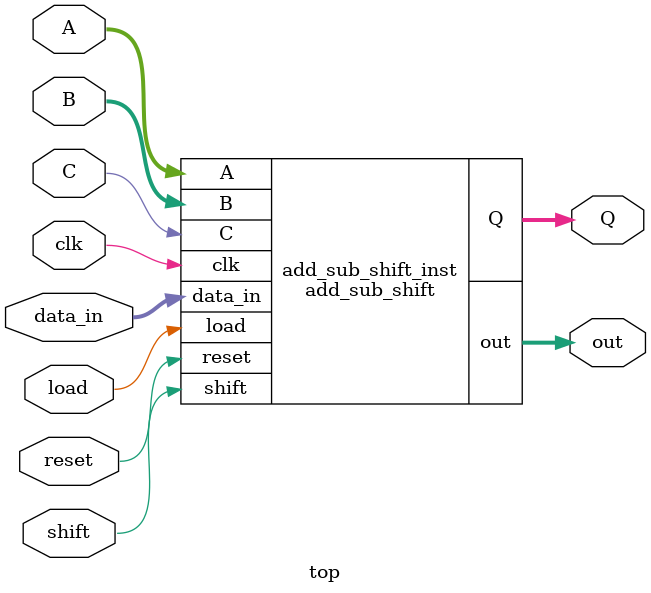
<source format=v>

module add_sub_shift (
    input clk,              // Clock input
    input reset,            // Synchronous active-high reset
    input [15:0] A,         // 16-bit input A
    input [15:0] B,         // 16-bit input B
    input C,                // Control input for add/subtract operation
    output [15:0] Q,        // 16-bit output Q
    input shift,            // Shift input of the shift register
    input load,             // Load input of the shift register
    input [3:0] data_in,    // Data input of the shift register
    output [3:0] out        // Output of the shift register
);

// Adder/Subtractor module
reg [15:0] sum;
always @(posedge clk) begin
    if (reset) begin
        sum <= 0;
    end else begin
        if (C) begin
            sum <= A - B;
        end else begin
            sum <= A + B;
        end
    end
end
assign Q = sum;

// Shift register module
reg [3:0] shift_reg;
always @(posedge clk) begin
    if (reset) begin
        shift_reg <= 0;
    end else begin
        if (load) begin
            shift_reg <= data_in;
        end else if (shift) begin
            shift_reg <= {shift_reg[2:0], 1'b0};
        end
    end
end
assign out = shift_reg;

// Functional module
reg [3:0] and_result;
always @(posedge clk) begin
    if (reset) begin
        and_result <= 0;
    end else begin
        and_result <= sum[3:0] & out;
    end
end

endmodule

module top (
    input clk,              // Clock input
    input reset,            // Synchronous active-high reset
    input [15:0] A,         // 16-bit input A
    input [15:0] B,         // 16-bit input B
    input C,                // Control input for add/subtract operation
    output [15:0] Q,        // 16-bit output Q
    input shift,            // Shift input of the shift register
    input load,             // Load input of the shift register
    input [3:0] data_in,    // Data input of the shift register
    output [3:0] out        // Output of the shift register
);

// Instantiate the add_sub_shift module
add_sub_shift add_sub_shift_inst (
    .clk(clk),
    .reset(reset),
    .A(A),
    .B(B),
    .C(C),
    .Q(Q),
    .shift(shift),
    .load(load),
    .data_in(data_in),
    .out(out)
);

endmodule

</source>
